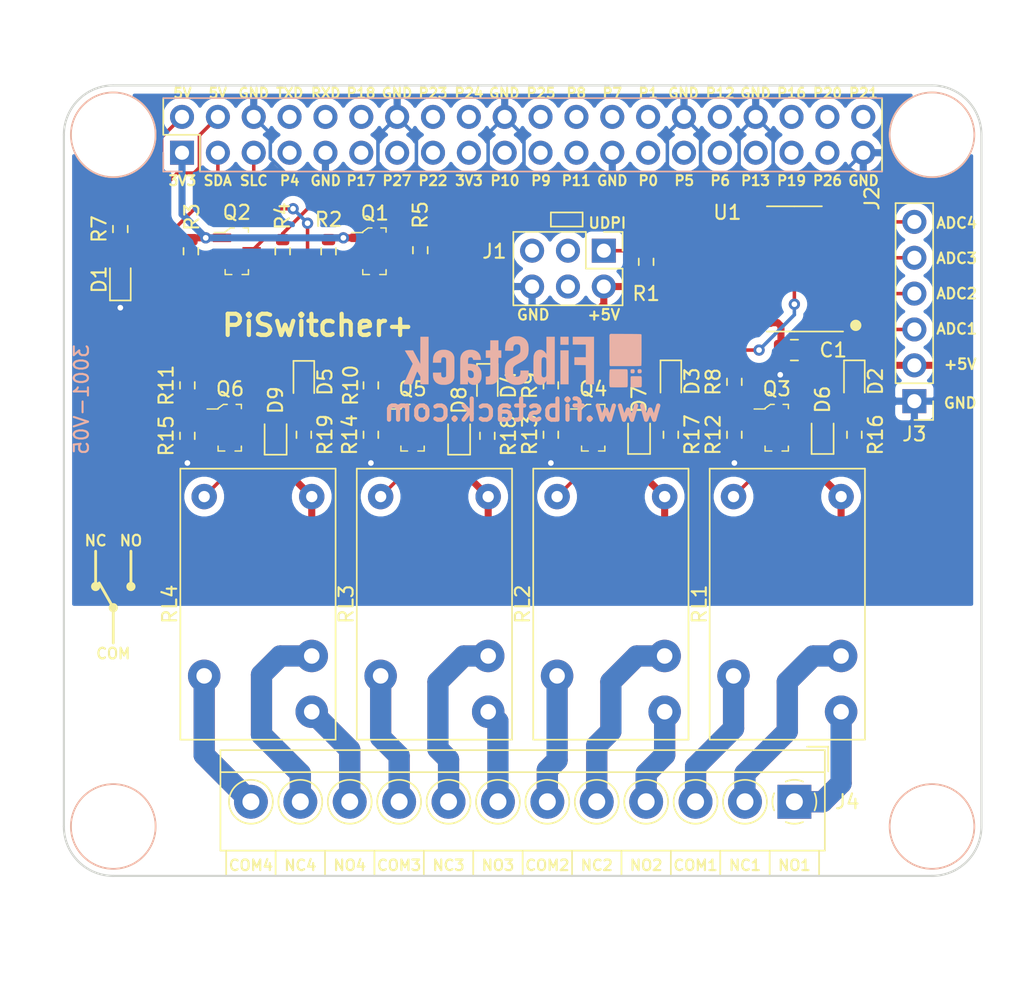
<source format=kicad_pcb>
(kicad_pcb (version 20171130) (host pcbnew "(5.1.9)-1")
  (layers (0 F.Cu signal) (31 B.Cu signal) (34 B.Paste user hide) (35 F.Paste user hide) (36 B.SilkS user) (37 F.SilkS user) (38 B.Mask user hide) (39 F.Mask user hide) (44 Edge.Cuts user))
  (net 0 "")
  (net 1 GND)
  (net 2 +5V)
  (net 3 "Net-(D1-Pad2)")
  (net 4 "Net-(D2-Pad2)")
  (net 5 "Net-(D2-Pad1)")
  (net 6 "Net-(D3-Pad2)")
  (net 7 "Net-(D3-Pad1)")
  (net 8 "Net-(D4-Pad2)")
  (net 9 "Net-(D4-Pad1)")
  (net 10 "Net-(J1-Pad5)")
  (net 11 "Net-(J1-Pad4)")
  (net 12 "Net-(J1-Pad3)")
  (net 13 /UDPI)
  (net 14 "Net-(J2-Pad40)")
  (net 15 "Net-(J2-Pad38)")
  (net 16 "Net-(J2-Pad37)")
  (net 17 "Net-(J2-Pad36)")
  (net 18 "Net-(J2-Pad35)")
  (net 19 "Net-(J2-Pad33)")
  (net 20 "Net-(J2-Pad32)")
  (net 21 "Net-(J2-Pad31)")
  (net 22 "Net-(J2-Pad29)")
  (net 23 "Net-(J2-Pad28)")
  (net 24 "Net-(J2-Pad27)")
  (net 25 "Net-(J2-Pad26)")
  (net 26 "Net-(J2-Pad24)")
  (net 27 "Net-(J2-Pad23)")
  (net 28 "Net-(J2-Pad22)")
  (net 29 "Net-(J2-Pad21)")
  (net 30 "Net-(J2-Pad19)")
  (net 31 "Net-(J2-Pad18)")
  (net 32 +3V3)
  (net 33 "Net-(J2-Pad16)")
  (net 34 "Net-(J2-Pad15)")
  (net 35 "Net-(J2-Pad13)")
  (net 36 "Net-(J2-Pad12)")
  (net 37 "Net-(J2-Pad11)")
  (net 38 "Net-(J2-Pad10)")
  (net 39 "Net-(J2-Pad8)")
  (net 40 "Net-(J2-Pad7)")
  (net 41 "Net-(J2-Pad5)")
  (net 42 "Net-(J2-Pad3)")
  (net 43 "Net-(Q1-Pad3)")
  (net 44 "Net-(Q2-Pad3)")
  (net 45 "Net-(Q3-Pad1)")
  (net 46 "Net-(Q4-Pad1)")
  (net 47 "Net-(Q5-Pad1)")
  (net 48 "Net-(Q6-Pad1)")
  (net 49 /SW_1)
  (net 50 /SW_2)
  (net 51 /SW_3)
  (net 52 /SW_4)
  (net 53 "Net-(J2-Pad17)")
  (net 54 /CH4_ADC)
  (net 55 /CH3_ADC)
  (net 56 /CH2_ADC)
  (net 57 /CH1_ADC)
  (net 58 "Net-(D5-Pad2)")
  (net 59 "Net-(D5-Pad1)")
  (net 60 /relay4_com)
  (net 61 /relay4_nc)
  (net 62 /relay4_no)
  (net 63 /relay3_com)
  (net 64 /relay3_nc)
  (net 65 /relay3_no)
  (net 66 /relay2_com)
  (net 67 /relay2_nc)
  (net 68 /relay2_no)
  (net 69 /relay1_com)
  (net 70 /relay1_nc)
  (net 71 /relay1_no)
  (net 72 "Net-(U1-Pad7)")
  (module graphics:fibstack_logo (layer B.Cu) (at 138.5 85.5 180)
    (fp_text reference G*** hide)
    (fp_text value LOGO hide)
  )
  (module ab_common_prototype_lib:CustomMountingHole (layer F.Cu) (at 109.5 118.5)
    (fp_text reference H1 hide)
    (fp_text value MountingHole hide)
    (pad "" np_thru_hole circle (at 0 0) (size 2.75 2.75) (drill 2.75) (layers *.Cu *.Mask) (clearance 1.65))
  )
  (module ab_common_prototype_lib:CustomMountingHole (layer F.Cu) (at 167.5 118.5)
    (fp_text reference H2 hide)
    (fp_text value MountingHole hide)
    (pad "" np_thru_hole circle (at 0 0) (size 2.75 2.75) (drill 2.75) (layers *.Cu *.Mask) (clearance 1.65))
  )
  (module ab_common_prototype_lib:CustomMountingHole (layer F.Cu) (at 109.5 69.5)
    (fp_text reference H4 hide)
    (fp_text value MountingHole hide)
    (pad "" np_thru_hole circle (at 0 0) (size 2.75 2.75) (drill 2.75) (layers *.Cu *.Mask) (clearance 1.65))
  )
  (module ab_common_prototype_lib:CustomMountingHole (layer F.Cu) (at 167.5 69.5)
    (fp_text reference H3 hide)
    (fp_text value MountingHole hide)
    (pad "" np_thru_hole circle (at 0 0) (size 2.75 2.75) (drill 2.75) (layers *.Cu *.Mask) (clearance 1.65))
  )
  (module Package_SO:SOIC-14_3.9x8.7mm_P1.27mm (layer F.Cu) (at 157.75 79 180)
    (fp_text reference U1 (at 4.75 4) (layer F.SilkS))
    (fp_text value ATtiny804-SS)
    (pad 14 smd roundrect (at 2.475 -3.81 180) (size 1.95 0.6) (layers F.Cu F.Paste F.Mask) (net 1 GND))
    (pad 13 smd roundrect (at 2.475 -2.54 180) (size 1.95 0.6) (layers F.Cu F.Paste F.Mask) (net 50 /SW_2))
    (pad 12 smd roundrect (at 2.475 -1.27 180) (size 1.95 0.6) (layers F.Cu F.Paste F.Mask) (net 51 /SW_3))
    (pad 11 smd roundrect (at 2.475 0 180) (size 1.95 0.6) (layers F.Cu F.Paste F.Mask) (net 52 /SW_4))
    (pad 10 smd roundrect (at 2.475 1.27 180) (size 1.95 0.6) (layers F.Cu F.Paste F.Mask) (net 13 /UDPI))
    (pad 9 smd roundrect (at 2.475 2.54 180) (size 1.95 0.6) (layers F.Cu F.Paste F.Mask) (net 43 "Net-(Q1-Pad3)"))
    (pad 8 smd roundrect (at 2.475 3.81 180) (size 1.95 0.6) (layers F.Cu F.Paste F.Mask) (net 44 "Net-(Q2-Pad3)"))
    (pad 7 smd roundrect (at -2.475 3.81 180) (size 1.95 0.6) (layers F.Cu F.Paste F.Mask) (net 72 "Net-(U1-Pad7)"))
    (pad 6 smd roundrect (at -2.475 2.54 180) (size 1.95 0.6) (layers F.Cu F.Paste F.Mask) (net 49 /SW_1))
    (pad 5 smd roundrect (at -2.475 1.27 180) (size 1.95 0.6) (layers F.Cu F.Paste F.Mask) (net 54 /CH4_ADC))
    (pad 4 smd roundrect (at -2.475 0 180) (size 1.95 0.6) (layers F.Cu F.Paste F.Mask) (net 55 /CH3_ADC))
    (pad 3 smd roundrect (at -2.475 -1.27 180) (size 1.95 0.6) (layers F.Cu F.Paste F.Mask) (net 56 /CH2_ADC))
    (pad 2 smd roundrect (at -2.475 -2.54 180) (size 1.95 0.6) (layers F.Cu F.Paste F.Mask) (net 57 /CH1_ADC))
    (pad 1 smd roundrect (at -2.475 -3.81 180) (size 1.95 0.6) (layers F.Cu F.Paste F.Mask) (net 2 +5V))
  )
  (module ab_common_prototype_lib:J0971C (layer F.Cu) (at 119.75 102.75 270)
    (fp_text reference RL4 (at 0 6.25 90) (layer F.SilkS))
    (fp_text value J0971C)
    (pad 5 thru_hole circle (at -7.62 3.81 270) (size 1.8 1.8) (drill 0.8) (layers *.Cu *.Mask) (net 59 "Net-(D5-Pad1)"))
    (pad 4 thru_hole circle (at 3.67 -3.81 270) (size 2.3 2.3) (drill 1.1) (layers *.Cu *.Mask) (net 61 /relay4_nc))
    (pad 3 thru_hole circle (at 7.62 -3.81 270) (size 2.3 2.3) (drill 1.1) (layers *.Cu *.Mask) (net 62 /relay4_no))
    (pad 2 thru_hole circle (at 5.08 3.81 270) (size 2.3 2.3) (drill 1.1) (layers *.Cu *.Mask) (net 60 /relay4_com))
    (pad 1 thru_hole circle (at -7.62 -3.81 270) (size 1.8 1.8) (drill 0.8) (layers *.Cu *.Mask) (net 2 +5V))
  )
  (module ab_common_prototype_lib:J0971C (layer F.Cu) (at 132.25 102.75 270)
    (fp_text reference RL3 (at 0 6.25 90) (layer F.SilkS))
    (fp_text value J0971C)
    (pad 5 thru_hole circle (at -7.62 3.81 270) (size 1.8 1.8) (drill 0.8) (layers *.Cu *.Mask) (net 9 "Net-(D4-Pad1)"))
    (pad 4 thru_hole circle (at 3.67 -3.81 270) (size 2.3 2.3) (drill 1.1) (layers *.Cu *.Mask) (net 64 /relay3_nc))
    (pad 3 thru_hole circle (at 7.62 -3.81 270) (size 2.3 2.3) (drill 1.1) (layers *.Cu *.Mask) (net 65 /relay3_no))
    (pad 2 thru_hole circle (at 5.08 3.81 270) (size 2.3 2.3) (drill 1.1) (layers *.Cu *.Mask) (net 63 /relay3_com))
    (pad 1 thru_hole circle (at -7.62 -3.81 270) (size 1.8 1.8) (drill 0.8) (layers *.Cu *.Mask) (net 2 +5V))
  )
  (module ab_common_prototype_lib:J0971C (layer F.Cu) (at 144.75 102.75 270)
    (fp_text reference RL2 (at 0 6.25 90) (layer F.SilkS))
    (fp_text value J0971C)
    (pad 5 thru_hole circle (at -7.62 3.81 270) (size 1.8 1.8) (drill 0.8) (layers *.Cu *.Mask) (net 7 "Net-(D3-Pad1)"))
    (pad 4 thru_hole circle (at 3.67 -3.81 270) (size 2.3 2.3) (drill 1.1) (layers *.Cu *.Mask) (net 67 /relay2_nc))
    (pad 3 thru_hole circle (at 7.62 -3.81 270) (size 2.3 2.3) (drill 1.1) (layers *.Cu *.Mask) (net 68 /relay2_no))
    (pad 2 thru_hole circle (at 5.08 3.81 270) (size 2.3 2.3) (drill 1.1) (layers *.Cu *.Mask) (net 66 /relay2_com))
    (pad 1 thru_hole circle (at -7.62 -3.81 270) (size 1.8 1.8) (drill 0.8) (layers *.Cu *.Mask) (net 2 +5V))
  )
  (module ab_common_prototype_lib:J0971C (layer F.Cu) (at 157.25 102.75 270)
    (fp_text reference RL1 (at 0 6.23 90) (layer F.SilkS))
    (fp_text value J0971C)
    (pad 5 thru_hole circle (at -7.62 3.81 270) (size 1.8 1.8) (drill 0.8) (layers *.Cu *.Mask) (net 5 "Net-(D2-Pad1)"))
    (pad 4 thru_hole circle (at 3.67 -3.81 270) (size 2.3 2.3) (drill 1.1) (layers *.Cu *.Mask) (net 70 /relay1_nc))
    (pad 3 thru_hole circle (at 7.62 -3.81 270) (size 2.3 2.3) (drill 1.1) (layers *.Cu *.Mask) (net 71 /relay1_no))
    (pad 2 thru_hole circle (at 5.08 3.81 270) (size 2.3 2.3) (drill 1.1) (layers *.Cu *.Mask) (net 69 /relay1_com))
    (pad 1 thru_hole circle (at -7.62 -3.81 270) (size 1.8 1.8) (drill 0.8) (layers *.Cu *.Mask) (net 2 +5V))
  )
  (module Resistor_SMD:R_0603_1608Metric (layer F.Cu) (at 123 90.75 90)
    (fp_text reference R19 (at 0 1.5 90) (layer F.SilkS))
    (fp_text value 1K)
    (pad 2 smd roundrect (at 0.825 0 90) (size 0.8 0.95) (layers F.Cu F.Paste F.Mask) (net 58 "Net-(D5-Pad2)"))
    (pad 1 smd roundrect (at -0.825 0 90) (size 0.8 0.95) (layers F.Cu F.Paste F.Mask) (net 2 +5V))
  )
  (module Resistor_SMD:R_0603_1608Metric (layer F.Cu) (at 136 90.825 90)
    (fp_text reference R18 (at 0 1.5 90) (layer F.SilkS))
    (fp_text value 1K)
    (pad 2 smd roundrect (at 0.825 0 90) (size 0.8 0.95) (layers F.Cu F.Paste F.Mask) (net 8 "Net-(D4-Pad2)"))
    (pad 1 smd roundrect (at -0.825 0 90) (size 0.8 0.95) (layers F.Cu F.Paste F.Mask) (net 2 +5V))
  )
  (module Resistor_SMD:R_0603_1608Metric (layer F.Cu) (at 149 90.75 90)
    (fp_text reference R17 (at 0 1.5 90) (layer F.SilkS))
    (fp_text value 1K)
    (pad 2 smd roundrect (at 0.825 0 90) (size 0.8 0.95) (layers F.Cu F.Paste F.Mask) (net 6 "Net-(D3-Pad2)"))
    (pad 1 smd roundrect (at -0.825 0 90) (size 0.8 0.95) (layers F.Cu F.Paste F.Mask) (net 2 +5V))
  )
  (module Resistor_SMD:R_0603_1608Metric (layer F.Cu) (at 162 90.75 90)
    (fp_text reference R16 (at 0 1.5 90) (layer F.SilkS))
    (fp_text value 1K)
    (pad 2 smd roundrect (at 0.825 0 90) (size 0.8 0.95) (layers F.Cu F.Paste F.Mask) (net 4 "Net-(D2-Pad2)"))
    (pad 1 smd roundrect (at -0.825 0 90) (size 0.8 0.95) (layers F.Cu F.Paste F.Mask) (net 2 +5V))
  )
  (module Resistor_SMD:R_0603_1608Metric (layer F.Cu) (at 114.75 90.825 270)
    (fp_text reference R15 (at 0 1.5 90) (layer F.SilkS))
    (fp_text value 10K)
    (pad 2 smd roundrect (at 0.825 0 270) (size 0.8 0.95) (layers F.Cu F.Paste F.Mask) (net 1 GND))
    (pad 1 smd roundrect (at -0.825 0 270) (size 0.8 0.95) (layers F.Cu F.Paste F.Mask) (net 48 "Net-(Q6-Pad1)"))
  )
  (module Resistor_SMD:R_0603_1608Metric (layer F.Cu) (at 127.75 90.75 270)
    (fp_text reference R14 (at 0 1.5 90) (layer F.SilkS))
    (fp_text value 10K)
    (pad 2 smd roundrect (at 0.825 0 270) (size 0.8 0.95) (layers F.Cu F.Paste F.Mask) (net 1 GND))
    (pad 1 smd roundrect (at -0.825 0 270) (size 0.8 0.95) (layers F.Cu F.Paste F.Mask) (net 47 "Net-(Q5-Pad1)"))
  )
  (module Resistor_SMD:R_0603_1608Metric (layer F.Cu) (at 140.5 90.75 270)
    (fp_text reference R13 (at 0 1.5 90) (layer F.SilkS))
    (fp_text value 10K)
    (pad 2 smd roundrect (at 0.825 0 270) (size 0.8 0.95) (layers F.Cu F.Paste F.Mask) (net 1 GND))
    (pad 1 smd roundrect (at -0.825 0 270) (size 0.8 0.95) (layers F.Cu F.Paste F.Mask) (net 46 "Net-(Q4-Pad1)"))
  )
  (module Resistor_SMD:R_0603_1608Metric (layer F.Cu) (at 153.5 90.75 270)
    (fp_text reference R12 (at 0 1.5 90) (layer F.SilkS))
    (fp_text value 10K)
    (pad 2 smd roundrect (at 0.825 0 270) (size 0.8 0.95) (layers F.Cu F.Paste F.Mask) (net 1 GND))
    (pad 1 smd roundrect (at -0.825 0 270) (size 0.8 0.95) (layers F.Cu F.Paste F.Mask) (net 45 "Net-(Q3-Pad1)"))
  )
  (module Resistor_SMD:R_0603_1608Metric (layer F.Cu) (at 114.75 87.25 90)
    (fp_text reference R11 (at 0 -1.5 90) (layer F.SilkS))
    (fp_text value 1K)
    (pad 2 smd roundrect (at 0.825 0 90) (size 0.8 0.95) (layers F.Cu F.Paste F.Mask) (net 52 /SW_4))
    (pad 1 smd roundrect (at -0.825 0 90) (size 0.8 0.95) (layers F.Cu F.Paste F.Mask) (net 48 "Net-(Q6-Pad1)"))
  )
  (module Resistor_SMD:R_0603_1608Metric (layer F.Cu) (at 127.75 87.25 90)
    (fp_text reference R10 (at 0 -1.43 90) (layer F.SilkS))
    (fp_text value 1K)
    (pad 2 smd roundrect (at 0.825 0 90) (size 0.8 0.95) (layers F.Cu F.Paste F.Mask) (net 51 /SW_3))
    (pad 1 smd roundrect (at -0.825 0 90) (size 0.8 0.95) (layers F.Cu F.Paste F.Mask) (net 47 "Net-(Q5-Pad1)"))
  )
  (module Resistor_SMD:R_0603_1608Metric (layer F.Cu) (at 140.5 87.25 90)
    (fp_text reference R9 (at 0 -1.5 90) (layer F.SilkS))
    (fp_text value 1K)
    (pad 2 smd roundrect (at 0.825 0 90) (size 0.8 0.95) (layers F.Cu F.Paste F.Mask) (net 50 /SW_2))
    (pad 1 smd roundrect (at -0.825 0 90) (size 0.8 0.95) (layers F.Cu F.Paste F.Mask) (net 46 "Net-(Q4-Pad1)"))
  )
  (module Resistor_SMD:R_0603_1608Metric (layer F.Cu) (at 153.5 87 90)
    (fp_text reference R8 (at 0 -1.5 90) (layer F.SilkS))
    (fp_text value 1K)
    (pad 2 smd roundrect (at 0.825 0 90) (size 0.8 0.95) (layers F.Cu F.Paste F.Mask) (net 49 /SW_1))
    (pad 1 smd roundrect (at -0.825 0 90) (size 0.8 0.95) (layers F.Cu F.Paste F.Mask) (net 45 "Net-(Q3-Pad1)"))
  )
  (module Resistor_SMD:R_0603_1608Metric (layer F.Cu) (at 110 76.175 90)
    (fp_text reference R7 (at 0 -1.5 90) (layer F.SilkS))
    (fp_text value 1K)
    (pad 2 smd roundrect (at 0.825 0 90) (size 0.8 0.95) (layers F.Cu F.Paste F.Mask) (net 2 +5V))
    (pad 1 smd roundrect (at -0.825 0 90) (size 0.8 0.95) (layers F.Cu F.Paste F.Mask) (net 3 "Net-(D1-Pad2)"))
  )
  (module Resistor_SMD:R_0603_1608Metric (layer F.Cu) (at 131.25 77.675 90)
    (fp_text reference R5 (at 2.5 0 90) (layer F.SilkS))
    (fp_text value 10K)
    (pad 2 smd roundrect (at 0.825 0 90) (size 0.8 0.95) (layers F.Cu F.Paste F.Mask) (net 43 "Net-(Q1-Pad3)"))
    (pad 1 smd roundrect (at -0.825 0 90) (size 0.8 0.95) (layers F.Cu F.Paste F.Mask) (net 2 +5V))
  )
  (module Resistor_SMD:R_0603_1608Metric (layer F.Cu) (at 121.5 77.75 90)
    (fp_text reference R4 (at 2.5 -0.01 90) (layer F.SilkS))
    (fp_text value 10K)
    (pad 2 smd roundrect (at 0.825 0 90) (size 0.8 0.95) (layers F.Cu F.Paste F.Mask) (net 44 "Net-(Q2-Pad3)"))
    (pad 1 smd roundrect (at -0.825 0 90) (size 0.8 0.95) (layers F.Cu F.Paste F.Mask) (net 2 +5V))
  )
  (module Resistor_SMD:R_0603_1608Metric (layer F.Cu) (at 115 77.75 270)
    (fp_text reference R3 (at -2.43 -0.07 90) (layer F.SilkS))
    (fp_text value 10K)
    (pad 2 smd roundrect (at 0.825 0 270) (size 0.8 0.95) (layers F.Cu F.Paste F.Mask) (net 42 "Net-(J2-Pad3)"))
    (pad 1 smd roundrect (at -0.825 0 270) (size 0.8 0.95) (layers F.Cu F.Paste F.Mask) (net 32 +3V3))
  )
  (module Resistor_SMD:R_0603_1608Metric (layer F.Cu) (at 124.75 77.75 270)
    (fp_text reference R2 (at -2.25 0 180) (layer F.SilkS))
    (fp_text value 10K)
    (pad 2 smd roundrect (at 0.825 0 270) (size 0.8 0.95) (layers F.Cu F.Paste F.Mask) (net 41 "Net-(J2-Pad5)"))
    (pad 1 smd roundrect (at -0.825 0 270) (size 0.8 0.95) (layers F.Cu F.Paste F.Mask) (net 32 +3V3))
  )
  (module Resistor_SMD:R_0603_1608Metric (layer F.Cu) (at 147.25 78.5 90)
    (fp_text reference R1 (at -2.25 0 180) (layer F.SilkS))
    (fp_text value 10K)
    (pad 2 smd roundrect (at 0.825 0 90) (size 0.8 0.95) (layers F.Cu F.Paste F.Mask) (net 13 /UDPI))
    (pad 1 smd roundrect (at -0.825 0 90) (size 0.8 0.95) (layers F.Cu F.Paste F.Mask) (net 2 +5V))
  )
  (module digikey-footprints:SOT-23-3 (layer F.Cu) (at 117.75 90.25)
    (fp_text reference Q6 (at 0.025 -2.75) (layer F.SilkS))
    (fp_text value 2N7002)
    (pad 1 smd rect (at -1.05 -0.95) (size 1.3 0.6) (layers F.Cu F.Paste F.Mask) (net 48 "Net-(Q6-Pad1)"))
    (pad 2 smd rect (at -1.05 0.95) (size 1.3 0.6) (layers F.Cu F.Paste F.Mask) (net 1 GND))
    (pad 3 smd rect (at 1.05 0) (size 1.3 0.6) (layers F.Cu F.Paste F.Mask) (net 59 "Net-(D5-Pad1)"))
  )
  (module digikey-footprints:SOT-23-3 (layer F.Cu) (at 130.7 90.25)
    (fp_text reference Q5 (at 0 -2.75) (layer F.SilkS))
    (fp_text value 2N7002)
    (pad 1 smd rect (at -1.05 -0.95) (size 1.3 0.6) (layers F.Cu F.Paste F.Mask) (net 47 "Net-(Q5-Pad1)"))
    (pad 2 smd rect (at -1.05 0.95) (size 1.3 0.6) (layers F.Cu F.Paste F.Mask) (net 1 GND))
    (pad 3 smd rect (at 1.05 0) (size 1.3 0.6) (layers F.Cu F.Paste F.Mask) (net 9 "Net-(D4-Pad1)"))
  )
  (module digikey-footprints:SOT-23-3 (layer F.Cu) (at 143.5 90.25)
    (fp_text reference Q4 (at 0 -2.75) (layer F.SilkS))
    (fp_text value 2N7002)
    (pad 1 smd rect (at -1.05 -0.95) (size 1.3 0.6) (layers F.Cu F.Paste F.Mask) (net 46 "Net-(Q4-Pad1)"))
    (pad 2 smd rect (at -1.05 0.95) (size 1.3 0.6) (layers F.Cu F.Paste F.Mask) (net 1 GND))
    (pad 3 smd rect (at 1.05 0) (size 1.3 0.6) (layers F.Cu F.Paste F.Mask) (net 7 "Net-(D3-Pad1)"))
  )
  (module digikey-footprints:SOT-23-3 (layer F.Cu) (at 156.5 90.25)
    (fp_text reference Q3 (at 0 -2.75) (layer F.SilkS))
    (fp_text value 2N7002)
    (pad 1 smd rect (at -1.05 -0.95) (size 1.3 0.6) (layers F.Cu F.Paste F.Mask) (net 45 "Net-(Q3-Pad1)"))
    (pad 2 smd rect (at -1.05 0.95) (size 1.3 0.6) (layers F.Cu F.Paste F.Mask) (net 1 GND))
    (pad 3 smd rect (at 1.05 0) (size 1.3 0.6) (layers F.Cu F.Paste F.Mask) (net 5 "Net-(D2-Pad1)"))
  )
  (module digikey-footprints:SOT-23-3 (layer F.Cu) (at 118.25 77.75)
    (fp_text reference Q2 (at 0 -2.75) (layer F.SilkS))
    (fp_text value 2N7002)
    (pad 1 smd rect (at -1.05 -0.95) (size 1.3 0.6) (layers F.Cu F.Paste F.Mask) (net 32 +3V3))
    (pad 2 smd rect (at -1.05 0.95) (size 1.3 0.6) (layers F.Cu F.Paste F.Mask) (net 42 "Net-(J2-Pad3)"))
    (pad 3 smd rect (at 1.05 0) (size 1.3 0.6) (layers F.Cu F.Paste F.Mask) (net 44 "Net-(Q2-Pad3)"))
  )
  (module digikey-footprints:SOT-23-3 (layer F.Cu) (at 128 77.75)
    (fp_text reference Q1 (at 0.025 -2.7) (layer F.SilkS))
    (fp_text value 2N7002)
    (pad 1 smd rect (at -1.05 -0.95) (size 1.3 0.6) (layers F.Cu F.Paste F.Mask) (net 32 +3V3))
    (pad 2 smd rect (at -1.05 0.95) (size 1.3 0.6) (layers F.Cu F.Paste F.Mask) (net 41 "Net-(J2-Pad5)"))
    (pad 3 smd rect (at 1.05 0) (size 1.3 0.6) (layers F.Cu F.Paste F.Mask) (net 43 "Net-(Q1-Pad3)"))
  )
  (module TerminalBlock_4Ucon:TerminalBlock_4Ucon_1x12_P3.50mm_Horizontal (layer F.Cu) (at 157.75 116.75 180)
    (fp_text reference J4 (at -3.75 0) (layer F.SilkS))
    (fp_text value Screw_Terminal_01x12)
    (pad 12 thru_hole circle (at 38.5 0 180) (size 2.4 2.4) (drill 1.2) (layers *.Cu *.Mask) (net 60 /relay4_com))
    (pad 11 thru_hole circle (at 35 0 180) (size 2.4 2.4) (drill 1.2) (layers *.Cu *.Mask) (net 61 /relay4_nc))
    (pad 10 thru_hole circle (at 31.5 0 180) (size 2.4 2.4) (drill 1.2) (layers *.Cu *.Mask) (net 62 /relay4_no))
    (pad 9 thru_hole circle (at 28 0 180) (size 2.4 2.4) (drill 1.2) (layers *.Cu *.Mask) (net 63 /relay3_com))
    (pad 8 thru_hole circle (at 24.5 0 180) (size 2.4 2.4) (drill 1.2) (layers *.Cu *.Mask) (net 64 /relay3_nc))
    (pad 7 thru_hole circle (at 21 0 180) (size 2.4 2.4) (drill 1.2) (layers *.Cu *.Mask) (net 65 /relay3_no))
    (pad 6 thru_hole circle (at 17.5 0 180) (size 2.4 2.4) (drill 1.2) (layers *.Cu *.Mask) (net 66 /relay2_com))
    (pad 5 thru_hole circle (at 14 0 180) (size 2.4 2.4) (drill 1.2) (layers *.Cu *.Mask) (net 67 /relay2_nc))
    (pad 4 thru_hole circle (at 10.5 0 180) (size 2.4 2.4) (drill 1.2) (layers *.Cu *.Mask) (net 68 /relay2_no))
    (pad 3 thru_hole circle (at 7 0 180) (size 2.4 2.4) (drill 1.2) (layers *.Cu *.Mask) (net 69 /relay1_com))
    (pad 2 thru_hole circle (at 3.5 0 180) (size 2.4 2.4) (drill 1.2) (layers *.Cu *.Mask) (net 70 /relay1_nc))
    (pad 1 thru_hole rect (at 0 0 180) (size 2.4 2.4) (drill 1.2) (layers *.Cu *.Mask) (net 71 /relay1_no))
  )
  (module Connector_PinHeader_2.54mm:PinHeader_1x06_P2.54mm_Vertical (layer F.Cu) (at 166.25 88.37 180)
    (fp_text reference J3 (at 0 -2.33) (layer F.SilkS))
    (fp_text value Conn_01x06_Male)
    (pad 6 thru_hole oval (at 0 12.7 180) (size 1.7 1.7) (drill 1) (layers *.Cu *.Mask) (net 54 /CH4_ADC))
    (pad 5 thru_hole oval (at 0 10.16 180) (size 1.7 1.7) (drill 1) (layers *.Cu *.Mask) (net 55 /CH3_ADC))
    (pad 4 thru_hole oval (at 0 7.62 180) (size 1.7 1.7) (drill 1) (layers *.Cu *.Mask) (net 56 /CH2_ADC))
    (pad 3 thru_hole oval (at 0 5.08 180) (size 1.7 1.7) (drill 1) (layers *.Cu *.Mask) (net 57 /CH1_ADC))
    (pad 2 thru_hole oval (at 0 2.54 180) (size 1.7 1.7) (drill 1) (layers *.Cu *.Mask) (net 2 +5V))
    (pad 1 thru_hole rect (at 0 0 180) (size 1.7 1.7) (drill 1) (layers *.Cu *.Mask) (net 1 GND))
  )
  (module Connector_PinHeader_2.54mm:PinHeader_2x03_P2.54mm_Vertical (layer F.Cu) (at 144.25 77.71 270)
    (fp_text reference J1 (at 0.04 7.75 180) (layer F.SilkS))
    (fp_text value Conn_02x03_Odd_Even)
    (pad 6 thru_hole oval (at 2.54 5.08 270) (size 1.7 1.7) (drill 1) (layers *.Cu *.Mask) (net 1 GND))
    (pad 5 thru_hole oval (at 0 5.08 270) (size 1.7 1.7) (drill 1) (layers *.Cu *.Mask) (net 10 "Net-(J1-Pad5)"))
    (pad 4 thru_hole oval (at 2.54 2.54 270) (size 1.7 1.7) (drill 1) (layers *.Cu *.Mask) (net 11 "Net-(J1-Pad4)"))
    (pad 3 thru_hole oval (at 0 2.54 270) (size 1.7 1.7) (drill 1) (layers *.Cu *.Mask) (net 12 "Net-(J1-Pad3)"))
    (pad 2 thru_hole oval (at 2.54 0 270) (size 1.7 1.7) (drill 1) (layers *.Cu *.Mask) (net 2 +5V))
    (pad 1 thru_hole rect (at 0 0 270) (size 1.7 1.7) (drill 1) (layers *.Cu *.Mask) (net 13 /UDPI))
  )
  (module Diode_SMD:D_MicroMELF (layer F.Cu) (at 121 90.8 90)
    (fp_text reference D9 (at 2.5 0 90) (layer F.SilkS))
    (fp_text value D)
    (pad 2 smd rect (at 0.8 0 90) (size 0.8 1.2) (layers F.Cu F.Paste F.Mask) (net 59 "Net-(D5-Pad1)"))
    (pad 1 smd rect (at -0.8 0 90) (size 0.8 1.2) (layers F.Cu F.Paste F.Mask) (net 2 +5V))
  )
  (module Diode_SMD:D_MicroMELF (layer F.Cu) (at 134 90.8 90)
    (fp_text reference D8 (at 2.5 0 90) (layer F.SilkS))
    (fp_text value D)
    (pad 2 smd rect (at 0.8 0 90) (size 0.8 1.2) (layers F.Cu F.Paste F.Mask) (net 9 "Net-(D4-Pad1)"))
    (pad 1 smd rect (at -0.8 0 90) (size 0.8 1.2) (layers F.Cu F.Paste F.Mask) (net 2 +5V))
  )
  (module Diode_SMD:D_MicroMELF (layer F.Cu) (at 146.75 90.75 90)
    (fp_text reference D7 (at 2.5 0 90) (layer F.SilkS))
    (fp_text value D)
    (pad 2 smd rect (at 0.8 0 90) (size 0.8 1.2) (layers F.Cu F.Paste F.Mask) (net 7 "Net-(D3-Pad1)"))
    (pad 1 smd rect (at -0.8 0 90) (size 0.8 1.2) (layers F.Cu F.Paste F.Mask) (net 2 +5V))
  )
  (module Diode_SMD:D_MicroMELF (layer F.Cu) (at 159.75 90.75 90)
    (fp_text reference D6 (at 2.5 0 90) (layer F.SilkS))
    (fp_text value D)
    (pad 2 smd rect (at 0.8 0 90) (size 0.8 1.2) (layers F.Cu F.Paste F.Mask) (net 5 "Net-(D2-Pad1)"))
    (pad 1 smd rect (at -0.8 0 90) (size 0.8 1.2) (layers F.Cu F.Paste F.Mask) (net 2 +5V))
  )
  (module LED_SMD:LED_0603_1608Metric (layer F.Cu) (at 123 87 270)
    (fp_text reference D5 (at 0 -1.5 90) (layer F.SilkS))
    (fp_text value LED)
    (pad 2 smd roundrect (at 0.7875 0 270) (size 0.875 0.95) (layers F.Cu F.Paste F.Mask) (net 58 "Net-(D5-Pad2)"))
    (pad 1 smd roundrect (at -0.7875 0 270) (size 0.875 0.95) (layers F.Cu F.Paste F.Mask) (net 59 "Net-(D5-Pad1)"))
  )
  (module LED_SMD:LED_0603_1608Metric (layer F.Cu) (at 136 87.2125 270)
    (fp_text reference D4 (at 0 -1.5 90) (layer F.SilkS))
    (fp_text value LED)
    (pad 2 smd roundrect (at 0.7875 0 270) (size 0.875 0.95) (layers F.Cu F.Paste F.Mask) (net 8 "Net-(D4-Pad2)"))
    (pad 1 smd roundrect (at -0.7875 0 270) (size 0.875 0.95) (layers F.Cu F.Paste F.Mask) (net 9 "Net-(D4-Pad1)"))
  )
  (module LED_SMD:LED_0603_1608Metric (layer F.Cu) (at 149 86.9625 270)
    (fp_text reference D3 (at 0 -1.5 90) (layer F.SilkS))
    (fp_text value LED)
    (pad 2 smd roundrect (at 0.7875 0 270) (size 0.875 0.95) (layers F.Cu F.Paste F.Mask) (net 6 "Net-(D3-Pad2)"))
    (pad 1 smd roundrect (at -0.7875 0 270) (size 0.875 0.95) (layers F.Cu F.Paste F.Mask) (net 7 "Net-(D3-Pad1)"))
  )
  (module LED_SMD:LED_0603_1608Metric (layer F.Cu) (at 162 86.9625 270)
    (fp_text reference D2 (at 0 -1.5 90) (layer F.SilkS))
    (fp_text value LED)
    (pad 2 smd roundrect (at 0.7875 0 270) (size 0.875 0.95) (layers F.Cu F.Paste F.Mask) (net 4 "Net-(D2-Pad2)"))
    (pad 1 smd roundrect (at -0.7875 0 270) (size 0.875 0.95) (layers F.Cu F.Paste F.Mask) (net 5 "Net-(D2-Pad1)"))
  )
  (module LED_SMD:LED_0603_1608Metric (layer F.Cu) (at 110 79.75 90)
    (fp_text reference D1 (at 0 -1.5 90) (layer F.SilkS))
    (fp_text value LED)
    (pad 2 smd roundrect (at 0.7875 0 90) (size 0.875 0.95) (layers F.Cu F.Paste F.Mask) (net 3 "Net-(D1-Pad2)"))
    (pad 1 smd roundrect (at -0.7875 0 90) (size 0.875 0.95) (layers F.Cu F.Paste F.Mask) (net 1 GND))
  )
  (module Capacitor_SMD:C_0805_2012Metric (layer F.Cu) (at 157.75 84.75 180)
    (fp_text reference C1 (at -2.75 0) (layer F.SilkS))
    (fp_text value 100n)
    (pad 2 smd roundrect (at 0.95 0 180) (size 1 1.45) (layers F.Cu F.Paste F.Mask) (net 1 GND))
    (pad 1 smd roundrect (at -0.95 0 180) (size 1 1.45) (layers F.Cu F.Paste F.Mask) (net 2 +5V))
  )
  (module Connector_PinHeader_2.54mm:PinHeader_2x20_P2.54mm_Vertical (layer F.Cu) (at 114.37 70.77 90)
    (fp_text reference J2 (at -3.23 48.88 90) (layer F.SilkS))
    (fp_text value Raspberry_Pi_2_3 hide)
    (pad 40 thru_hole oval (at 2.54 48.26 90) (size 1.7 1.7) (drill 1) (layers *.Cu *.Mask) (net 14 "Net-(J2-Pad40)"))
    (pad 39 thru_hole oval (at 0 48.26 90) (size 1.7 1.7) (drill 1) (layers *.Cu *.Mask) (net 1 GND))
    (pad 38 thru_hole oval (at 2.54 45.72 90) (size 1.7 1.7) (drill 1) (layers *.Cu *.Mask) (net 15 "Net-(J2-Pad38)"))
    (pad 37 thru_hole oval (at 0 45.72 90) (size 1.7 1.7) (drill 1) (layers *.Cu *.Mask) (net 16 "Net-(J2-Pad37)"))
    (pad 36 thru_hole oval (at 2.54 43.18 90) (size 1.7 1.7) (drill 1) (layers *.Cu *.Mask) (net 17 "Net-(J2-Pad36)"))
    (pad 35 thru_hole oval (at 0 43.18 90) (size 1.7 1.7) (drill 1) (layers *.Cu *.Mask) (net 18 "Net-(J2-Pad35)"))
    (pad 34 thru_hole oval (at 2.54 40.64 90) (size 1.7 1.7) (drill 1) (layers *.Cu *.Mask) (net 1 GND))
    (pad 33 thru_hole oval (at 0 40.64 90) (size 1.7 1.7) (drill 1) (layers *.Cu *.Mask) (net 19 "Net-(J2-Pad33)"))
    (pad 32 thru_hole oval (at 2.54 38.1 90) (size 1.7 1.7) (drill 1) (layers *.Cu *.Mask) (net 20 "Net-(J2-Pad32)"))
    (pad 31 thru_hole oval (at 0 38.1 90) (size 1.7 1.7) (drill 1) (layers *.Cu *.Mask) (net 21 "Net-(J2-Pad31)"))
    (pad 30 thru_hole oval (at 2.54 35.56 90) (size 1.7 1.7) (drill 1) (layers *.Cu *.Mask) (net 1 GND))
    (pad 29 thru_hole oval (at 0 35.56 90) (size 1.7 1.7) (drill 1) (layers *.Cu *.Mask) (net 22 "Net-(J2-Pad29)"))
    (pad 28 thru_hole oval (at 2.54 33.02 90) (size 1.7 1.7) (drill 1) (layers *.Cu *.Mask) (net 23 "Net-(J2-Pad28)"))
    (pad 27 thru_hole oval (at 0 33.02 90) (size 1.7 1.7) (drill 1) (layers *.Cu *.Mask) (net 24 "Net-(J2-Pad27)"))
    (pad 26 thru_hole oval (at 2.54 30.48 90) (size 1.7 1.7) (drill 1) (layers *.Cu *.Mask) (net 25 "Net-(J2-Pad26)"))
    (pad 25 thru_hole oval (at 0 30.48 90) (size 1.7 1.7) (drill 1) (layers *.Cu *.Mask) (net 1 GND))
    (pad 24 thru_hole oval (at 2.54 27.94 90) (size 1.7 1.7) (drill 1) (layers *.Cu *.Mask) (net 26 "Net-(J2-Pad24)"))
    (pad 23 thru_hole oval (at 0 27.94 90) (size 1.7 1.7) (drill 1) (layers *.Cu *.Mask) (net 27 "Net-(J2-Pad23)"))
    (pad 22 thru_hole oval (at 2.54 25.4 90) (size 1.7 1.7) (drill 1) (layers *.Cu *.Mask) (net 28 "Net-(J2-Pad22)"))
    (pad 21 thru_hole oval (at 0 25.4 90) (size 1.7 1.7) (drill 1) (layers *.Cu *.Mask) (net 29 "Net-(J2-Pad21)"))
    (pad 20 thru_hole oval (at 2.54 22.86 90) (size 1.7 1.7) (drill 1) (layers *.Cu *.Mask) (net 1 GND))
    (pad 19 thru_hole oval (at 0 22.86 90) (size 1.7 1.7) (drill 1) (layers *.Cu *.Mask) (net 30 "Net-(J2-Pad19)"))
    (pad 18 thru_hole oval (at 2.54 20.32 90) (size 1.7 1.7) (drill 1) (layers *.Cu *.Mask) (net 31 "Net-(J2-Pad18)"))
    (pad 17 thru_hole oval (at 0 20.32 90) (size 1.7 1.7) (drill 1) (layers *.Cu *.Mask) (net 53 "Net-(J2-Pad17)"))
    (pad 16 thru_hole oval (at 2.54 17.78 90) (size 1.7 1.7) (drill 1) (layers *.Cu *.Mask) (net 33 "Net-(J2-Pad16)"))
    (pad 15 thru_hole oval (at 0 17.78 90) (size 1.7 1.7) (drill 1) (layers *.Cu *.Mask) (net 34 "Net-(J2-Pad15)"))
    (pad 14 thru_hole oval (at 2.54 15.24 90) (size 1.7 1.7) (drill 1) (layers *.Cu *.Mask) (net 1 GND))
    (pad 13 thru_hole oval (at 0 15.24 90) (size 1.7 1.7) (drill 1) (layers *.Cu *.Mask) (net 35 "Net-(J2-Pad13)"))
    (pad 12 thru_hole oval (at 2.54 12.7 90) (size 1.7 1.7) (drill 1) (layers *.Cu *.Mask) (net 36 "Net-(J2-Pad12)"))
    (pad 11 thru_hole oval (at 0 12.7 90) (size 1.7 1.7) (drill 1) (layers *.Cu *.Mask) (net 37 "Net-(J2-Pad11)"))
    (pad 10 thru_hole oval (at 2.54 10.16 90) (size 1.7 1.7) (drill 1) (layers *.Cu *.Mask) (net 38 "Net-(J2-Pad10)"))
    (pad 9 thru_hole oval (at 0 10.16 90) (size 1.7 1.7) (drill 1) (layers *.Cu *.Mask) (net 1 GND))
    (pad 8 thru_hole oval (at 2.54 7.62 90) (size 1.7 1.7) (drill 1) (layers *.Cu *.Mask) (net 39 "Net-(J2-Pad8)"))
    (pad 7 thru_hole oval (at 0 7.62 90) (size 1.7 1.7) (drill 1) (layers *.Cu *.Mask) (net 40 "Net-(J2-Pad7)"))
    (pad 6 thru_hole oval (at 2.54 5.08 90) (size 1.7 1.7) (drill 1) (layers *.Cu *.Mask) (net 1 GND))
    (pad 5 thru_hole oval (at 0 5.08 90) (size 1.7 1.7) (drill 1) (layers *.Cu *.Mask) (net 41 "Net-(J2-Pad5)"))
    (pad 4 thru_hole oval (at 2.54 2.54 90) (size 1.7 1.7) (drill 1) (layers *.Cu *.Mask) (net 2 +5V))
    (pad 3 thru_hole oval (at 0 2.54 90) (size 1.7 1.7) (drill 1) (layers *.Cu *.Mask) (net 42 "Net-(J2-Pad3)"))
    (pad 2 thru_hole oval (at 2.54 0 90) (size 1.7 1.7) (drill 1) (layers *.Cu *.Mask) (net 2 +5V))
    (pad 1 thru_hole rect (at 0 0 90) (size 1.7 1.7) (drill 1) (layers *.Cu *.Mask) (net 32 +3V3))
  )
  (gr_line (start 109.5 122) (end 167.5 122) (layer Edge.Cuts) (width 0.15))
  (gr_circle (center 162.1 83) (end 162.3 83) (layer F.SilkS) (width 0.4))
  (gr_line (start 142.75 75) (end 142.75 76) (layer F.SilkS) (width 0.12))
  (gr_line (start 140.5 75) (end 142.75 75) (layer F.SilkS) (width 0.12))
  (gr_line (start 140.5 76) (end 140.5 75) (layer F.SilkS) (width 0.12))
  (gr_line (start 142.75 76) (end 140.5 76) (layer F.SilkS) (width 0.12))
  (gr_text UDPI (at 144.5 75.75) (layer F.SilkS) (effects (font (size 0.75 0.75))))
  (gr_text GND (at 139.25 82.25) (layer F.SilkS) (effects (font (size 0.75 0.75))))
  (gr_text +5V (at 144.25 82.25) (layer F.SilkS) (effects (font (size 0.75 0.75))))
  (gr_text 3001-V05 (at 107.25 88.25 90) (layer B.SilkS) (effects (font (size 1 1)) (justify mirror)))
  (gr_line (start 109.5 103) (end 108.5 101.25) (layer F.SilkS) (width 0.2))
  (gr_circle (center 110.75 101.5) (end 110.95 101.5) (layer F.SilkS) (width 0.25))
  (gr_line (start 110.75 101.5) (end 110.75 99) (layer F.SilkS) (width 0.2))
  (gr_circle (center 109.5 103) (end 109.7 103) (layer F.SilkS) (width 0.25))
  (gr_circle (center 108.25 101.5) (end 108.45 101.5) (layer F.SilkS) (width 0.25))
  (gr_line (start 108.25 101.5) (end 108.25 99) (layer F.SilkS) (width 0.2))
  (gr_text NO (at 110.75 98.25) (layer F.SilkS) (effects (font (size 0.75 0.75))))
  (gr_text NC (at 108.25 98.25) (layer F.SilkS) (effects (font (size 0.75 0.75))))
  (gr_line (start 109.5 105.5) (end 109.5 103) (layer F.SilkS) (width 0.2))
  (gr_text COM (at 109.5 106.25) (layer F.SilkS) (effects (font (size 0.75 0.75))))
  (gr_text PiSwitcher+ (at 124 83) (layer F.SilkS) (effects (font (size 1.5 1.5) (thickness 0.3))))
  (gr_text www.fibstack.com (at 138.5 89) (layer B.SilkS) (effects (font (size 1.5 1.5) (thickness 0.3)) (justify mirror)))
  (gr_text ADC4 (at 169.25 75.75) (layer F.SilkS) (effects (font (size 0.75 0.75))))
  (gr_text ADC3 (at 169.25 78.25) (layer F.SilkS) (effects (font (size 0.75 0.75))))
  (gr_text ADC2 (at 169.25 80.75) (layer F.SilkS) (effects (font (size 0.75 0.75))))
  (gr_text ADC1 (at 169.25 83.25) (layer F.SilkS) (effects (font (size 0.75 0.75))))
  (gr_text +5V (at 169.5 85.75) (layer F.SilkS) (effects (font (size 0.75 0.75))))
  (gr_text GND (at 169.5 88.5) (layer F.SilkS) (effects (font (size 0.75 0.75))))
  (gr_text GND (at 124.55 72.75) (layer F.SilkS) (effects (font (size 0.7 0.7))))
  (gr_text P18 (at 127.05 66.55) (layer F.SilkS) (effects (font (size 0.7 0.7))))
  (gr_text P23 (at 132.15 66.55) (layer F.SilkS) (effects (font (size 0.7 0.7))))
  (gr_text P24 (at 134.7 66.55) (layer F.SilkS) (effects (font (size 0.7 0.7))))
  (gr_text P25 (at 139.8 66.55) (layer F.SilkS) (effects (font (size 0.7 0.7))))
  (gr_text P8 (at 142.3 66.55) (layer F.SilkS) (effects (font (size 0.7 0.7))))
  (gr_text P7 (at 144.85 66.55) (layer F.SilkS) (effects (font (size 0.7 0.7))))
  (gr_text P1 (at 147.4 66.55) (layer F.SilkS) (effects (font (size 0.7 0.7))))
  (gr_text P21 (at 162.65 66.55) (layer F.SilkS) (effects (font (size 0.7 0.7))))
  (gr_text P20 (at 160.1 66.55) (layer F.SilkS) (effects (font (size 0.7 0.7))))
  (gr_text P16 (at 157.55 66.55) (layer F.SilkS) (effects (font (size 0.7 0.7))))
  (gr_text P12 (at 152.5 66.55) (layer F.SilkS) (effects (font (size 0.7 0.7))))
  (gr_text P26 (at 160.1 72.75) (layer F.SilkS) (effects (font (size 0.7 0.7))))
  (gr_text P19 (at 157.55 72.75) (layer F.SilkS) (effects (font (size 0.7 0.7))))
  (gr_text P13 (at 155 72.75) (layer F.SilkS) (effects (font (size 0.7 0.7))))
  (gr_text P6 (at 152.5 72.75) (layer F.SilkS) (effects (font (size 0.7 0.7))))
  (gr_text P5 (at 149.95 72.75) (layer F.SilkS) (effects (font (size 0.7 0.7))))
  (gr_text P0 (at 147.4 72.75) (layer F.SilkS) (effects (font (size 0.7 0.7))))
  (gr_text P11 (at 142.3 72.75) (layer F.SilkS) (effects (font (size 0.7 0.7))))
  (gr_text P9 (at 139.8 72.75) (layer F.SilkS) (effects (font (size 0.7 0.7))))
  (gr_text P10 (at 137.25 72.75) (layer F.SilkS) (effects (font (size 0.7 0.7))))
  (gr_text P22 (at 132.15 72.75) (layer F.SilkS) (effects (font (size 0.7 0.7))))
  (gr_text P27 (at 129.6 72.75) (layer F.SilkS) (effects (font (size 0.7 0.7))))
  (gr_text P17 (at 127.05 72.75) (layer F.SilkS) (effects (font (size 0.7 0.7))))
  (gr_text P4 (at 122 72.75) (layer F.SilkS) (effects (font (size 0.7 0.7))))
  (gr_text RXD (at 124.55 66.55) (layer F.SilkS) (effects (font (size 0.7 0.7))))
  (gr_text TXD (at 122 66.55) (layer F.SilkS) (effects (font (size 0.7 0.7))))
  (gr_text 3V3 (at 134.7 72.75) (layer F.SilkS) (effects (font (size 0.7 0.7))))
  (gr_text SLC (at 119.45 72.75) (layer F.SilkS) (effects (font (size 0.7 0.7))))
  (gr_text SDA (at 116.9 72.75) (layer F.SilkS) (effects (font (size 0.7 0.7))))
  (gr_text GND (at 162.65 72.75) (layer F.SilkS) (effects (font (size 0.7 0.7))))
  (gr_text GND (at 144.85 72.75) (layer F.SilkS) (effects (font (size 0.7 0.7))))
  (gr_text GND (at 155 66.55) (layer F.SilkS) (effects (font (size 0.7 0.7))))
  (gr_text GND (at 149.9 66.55) (layer F.SilkS) (effects (font (size 0.7 0.7))))
  (gr_text GND (at 137.2 66.55) (layer F.SilkS) (effects (font (size 0.7 0.7))))
  (gr_text GND (at 129.6 66.55) (layer F.SilkS) (effects (font (size 0.7 0.7))))
  (gr_text GND (at 119.45 66.55) (layer F.SilkS) (effects (font (size 0.7 0.7))))
  (gr_text 5V (at 116.9 66.55) (layer F.SilkS) (effects (font (size 0.7 0.7))))
  (gr_text 5V (at 114.4 66.55) (layer F.SilkS) (effects (font (size 0.7 0.7))))
  (gr_text 3V3 (at 114.4 72.75) (layer F.SilkS) (effects (font (size 0.7 0.7))))
  (gr_line (start 117.5 120.25) (end 117.5 121.9) (layer F.SilkS) (width 0.12))
  (gr_text COM4 (at 119.25 121.25) (layer F.SilkS) (effects (font (size 0.75 0.75))))
  (gr_line (start 121 120.25) (end 121 121.9) (layer F.SilkS) (width 0.12))
  (gr_text NC4 (at 122.75 121.25) (layer F.SilkS) (effects (font (size 0.75 0.75))))
  (gr_line (start 124.5 120.325) (end 124.5 121.975) (layer F.SilkS) (width 0.12))
  (gr_text NO4 (at 126.25 121.25) (layer F.SilkS) (effects (font (size 0.75 0.75))))
  (gr_line (start 128 120.25) (end 128 121.9) (layer F.SilkS) (width 0.12))
  (gr_text COM3 (at 129.75 121.25) (layer F.SilkS) (effects (font (size 0.75 0.75))))
  (gr_line (start 131.5 120.25) (end 131.5 121.9) (layer F.SilkS) (width 0.12))
  (gr_text NC3 (at 133.25 121.25) (layer F.SilkS) (effects (font (size 0.75 0.75))))
  (gr_line (start 135 120.25) (end 135 121.9) (layer F.SilkS) (width 0.12))
  (gr_text NO3 (at 136.75 121.25) (layer F.SilkS) (effects (font (size 0.75 0.75))))
  (gr_line (start 159.5 120.25) (end 159.5 121.9) (layer F.SilkS) (width 0.12))
  (gr_line (start 142 120.25) (end 142 121.9) (layer F.SilkS) (width 0.12))
  (gr_line (start 145.5 120.25) (end 145.5 121.9) (layer F.SilkS) (width 0.12))
  (gr_line (start 138.5 120.25) (end 138.5 121.9) (layer F.SilkS) (width 0.12))
  (gr_text NO2 (at 147.25 121.25) (layer F.SilkS) (effects (font (size 0.75 0.75))))
  (gr_text COM2 (at 140.25 121.25) (layer F.SilkS) (effects (font (size 0.75 0.75))))
  (gr_text NC2 (at 143.75 121.25) (layer F.SilkS) (effects (font (size 0.75 0.75))))
  (gr_line (start 149 120.25) (end 149 121.9) (layer F.SilkS) (width 0.12))
  (gr_line (start 152.5 120.25) (end 152.5 121.9) (layer F.SilkS) (width 0.12))
  (gr_line (start 156 120.25) (end 156 121.9) (layer F.SilkS) (width 0.12))
  (gr_text NC1 (at 154.25 121.25) (layer F.SilkS) (effects (font (size 0.75 0.75))))
  (gr_text COM1 (at 150.75 121.25) (layer F.SilkS) (effects (font (size 0.75 0.75))))
  (gr_text NO1 (at 157.75 121.25) (layer F.SilkS) (effects (font (size 0.75 0.75))))
  (gr_line (start 106 69.5) (end 106 118.5) (layer Edge.Cuts) (width 0.15))
  (gr_line (start 167.5 66) (end 109.5 66) (layer Edge.Cuts) (width 0.15))
  (gr_line (start 171 118.5) (end 171 69.5) (layer Edge.Cuts) (width 0.15))
  (gr_arc (start 109.5 118.5) (end 106 118.5) (angle -90) (layer Edge.Cuts) (width 0.15))
  (gr_arc (start 167.5 118.5) (end 167.5 122) (angle -90) (layer Edge.Cuts) (width 0.15))
  (gr_arc (start 109.5 69.5) (end 109.5 66) (angle -90) (layer Edge.Cuts) (width 0.15))
  (gr_arc (start 167.5 69.5) (end 171 69.5) (angle -90) (layer Edge.Cuts) (width 0.15))
  (segment (start 155.075 91.575) (end 155.45 91.2) (width 0.5) (layer F.Cu) (net 1))
  (segment (start 153.5 91.575) (end 155.075 91.575) (width 0.5) (layer F.Cu) (net 1))
  (segment (start 142.075 91.575) (end 142.45 91.2) (width 0.5) (layer F.Cu) (net 1))
  (segment (start 140.5 91.575) (end 142.075 91.575) (width 0.5) (layer F.Cu) (net 1))
  (segment (start 129.275 91.575) (end 129.65 91.2) (width 0.5) (layer F.Cu) (net 1))
  (segment (start 127.75 91.575) (end 129.275 91.575) (width 0.5) (layer F.Cu) (net 1))
  (segment (start 116.25 91.65) (end 116.7 91.2) (width 0.5) (layer F.Cu) (net 1))
  (segment (start 114.75 91.65) (end 116.25 91.65) (width 0.5) (layer F.Cu) (net 1))
  (segment (start 156.8 84.75) (end 156.8 83.05) (width 0.5) (layer F.Cu) (net 1))
  (segment (start 156.56 82.81) (end 155.275 82.81) (width 0.5) (layer F.Cu) (net 1))
  (segment (start 156.8 83.05) (end 156.56 82.81) (width 0.5) (layer F.Cu) (net 1))
  (via (at 153.5 92.75) (size 0.8) (drill 0.4) (layers F.Cu B.Cu) (net 1))
  (segment (start 153.5 91.575) (end 153.5 92.75) (width 0.5) (layer F.Cu) (net 1))
  (via (at 140.5 92.75) (size 0.8) (drill 0.4) (layers F.Cu B.Cu) (net 1))
  (segment (start 140.5 91.575) (end 140.5 92.75) (width 0.5) (layer F.Cu) (net 1))
  (via (at 127.75 92.75) (size 0.8) (drill 0.4) (layers F.Cu B.Cu) (net 1))
  (segment (start 127.75 91.575) (end 127.75 92.75) (width 0.5) (layer F.Cu) (net 1))
  (via (at 114.75 92.75) (size 0.8) (drill 0.4) (layers F.Cu B.Cu) (net 1))
  (segment (start 114.75 91.65) (end 114.75 92.75) (width 0.5) (layer F.Cu) (net 1))
  (via (at 110 81.75) (size 0.8) (drill 0.4) (layers F.Cu B.Cu) (net 1))
  (segment (start 110 80.5375) (end 110 81.75) (width 0.5) (layer F.Cu) (net 1))
  (via (at 156.75 86.5) (size 0.8) (drill 0.4) (layers F.Cu B.Cu) (net 1))
  (segment (start 156.8 86.45) (end 156.75 86.5) (width 0.5) (layer F.Cu) (net 1))
  (segment (start 156.8 84.75) (end 156.8 86.45) (width 0.5) (layer F.Cu) (net 1))
  (segment (start 162.63 70.77) (end 161.15 72.25) (width 0.25) (layer B.Cu) (net 1))
  (segment (start 120.625001 71.144003) (end 121.730998 72.25) (width 0.25) (layer B.Cu) (net 1))
  (segment (start 120.625001 69.405001) (end 120.625001 71.144003) (width 0.25) (layer B.Cu) (net 1))
  (segment (start 119.45 68.23) (end 120.625001 69.405001) (width 0.25) (layer B.Cu) (net 1))
  (segment (start 128.25 69.59) (end 128.25 72.25) (width 0.25) (layer B.Cu) (net 1))
  (segment (start 129.61 68.23) (end 128.25 69.59) (width 0.25) (layer B.Cu) (net 1))
  (segment (start 128.25 72.25) (end 126.01 72.25) (width 0.25) (layer B.Cu) (net 1))
  (segment (start 130.974999 72.224999) (end 131 72.25) (width 0.25) (layer B.Cu) (net 1))
  (segment (start 130.974999 69.594999) (end 130.974999 72.224999) (width 0.25) (layer B.Cu) (net 1))
  (segment (start 129.61 68.23) (end 130.974999 69.594999) (width 0.25) (layer B.Cu) (net 1))
  (segment (start 131 72.25) (end 128.25 72.25) (width 0.25) (layer B.Cu) (net 1))
  (segment (start 135.75 72.25) (end 131 72.25) (width 0.25) (layer B.Cu) (net 1))
  (segment (start 124.53 70.77) (end 124.53 72.22) (width 0.25) (layer B.Cu) (net 1))
  (segment (start 124.53 72.22) (end 124.5 72.25) (width 0.25) (layer B.Cu) (net 1))
  (segment (start 124.5 72.25) (end 126.01 72.25) (width 0.25) (layer B.Cu) (net 1))
  (segment (start 121.730998 72.25) (end 124.5 72.25) (width 0.25) (layer B.Cu) (net 1))
  (segment (start 136.054999 72.195001) (end 136 72.25) (width 0.25) (layer B.Cu) (net 1))
  (segment (start 136.054999 69.405001) (end 136.054999 72.195001) (width 0.25) (layer B.Cu) (net 1))
  (segment (start 137.23 68.23) (end 136.054999 69.405001) (width 0.25) (layer B.Cu) (net 1))
  (segment (start 136 72.25) (end 135.75 72.25) (width 0.25) (layer B.Cu) (net 1))
  (segment (start 138.594999 72.155001) (end 138.5 72.25) (width 0.25) (layer B.Cu) (net 1))
  (segment (start 137.23 68.23) (end 138.594999 69.594999) (width 0.25) (layer B.Cu) (net 1))
  (segment (start 138.594999 69.594999) (end 138.594999 72.155001) (width 0.25) (layer B.Cu) (net 1))
  (segment (start 138.5 72.25) (end 136 72.25) (width 0.25) (layer B.Cu) (net 1))
  (segment (start 144.85 72.15) (end 144.75 72.25) (width 0.25) (layer B.Cu) (net 1))
  (segment (start 144.85 70.77) (end 144.85 72.15) (width 0.25) (layer B.Cu) (net 1))
  (segment (start 144.75 72.25) (end 138.5 72.25) (width 0.25) (layer B.Cu) (net 1))
  (segment (start 146.33 72.25) (end 144.75 72.25) (width 0.25) (layer B.Cu) (net 1))
  (segment (start 148.754999 72.245001) (end 148.75 72.25) (width 0.25) (layer B.Cu) (net 1))
  (segment (start 148.754999 69.405001) (end 148.754999 72.245001) (width 0.25) (layer B.Cu) (net 1))
  (segment (start 149.93 68.23) (end 148.754999 69.405001) (width 0.25) (layer B.Cu) (net 1))
  (segment (start 148.75 72.25) (end 146.33 72.25) (width 0.25) (layer B.Cu) (net 1))
  (segment (start 151.105001 72.105001) (end 151.25 72.25) (width 0.25) (layer B.Cu) (net 1))
  (segment (start 151.105001 69.405001) (end 151.105001 72.105001) (width 0.25) (layer B.Cu) (net 1))
  (segment (start 149.93 68.23) (end 151.105001 69.405001) (width 0.25) (layer B.Cu) (net 1))
  (segment (start 151.25 72.25) (end 148.75 72.25) (width 0.25) (layer B.Cu) (net 1))
  (segment (start 153.834999 72.084999) (end 154 72.25) (width 0.25) (layer B.Cu) (net 1))
  (segment (start 153.834999 69.405001) (end 153.834999 72.084999) (width 0.25) (layer B.Cu) (net 1))
  (segment (start 154 72.25) (end 151.25 72.25) (width 0.25) (layer B.Cu) (net 1))
  (segment (start 155.01 68.23) (end 153.834999 69.405001) (width 0.25) (layer B.Cu) (net 1))
  (segment (start 156.25 69.47) (end 156.25 72.25) (width 0.25) (layer B.Cu) (net 1))
  (segment (start 155.01 68.23) (end 156.25 69.47) (width 0.25) (layer B.Cu) (net 1))
  (segment (start 156.25 72.25) (end 154 72.25) (width 0.25) (layer B.Cu) (net 1))
  (segment (start 161.15 72.25) (end 156.25 72.25) (width 0.25) (layer B.Cu) (net 1))
  (segment (start 161.975 91.55) (end 162 91.575) (width 0.5) (layer F.Cu) (net 2))
  (segment (start 161.2 91.55) (end 161.975 91.55) (width 0.5) (layer F.Cu) (net 2))
  (segment (start 159.75 91.55) (end 161.2 91.55) (width 0.5) (layer F.Cu) (net 2))
  (segment (start 148.975 91.55) (end 149 91.575) (width 0.5) (layer F.Cu) (net 2))
  (segment (start 148.56 91.66) (end 148.45 91.55) (width 0.5) (layer F.Cu) (net 2))
  (segment (start 148.45 91.55) (end 148.975 91.55) (width 0.5) (layer F.Cu) (net 2))
  (segment (start 146.75 91.55) (end 148.45 91.55) (width 0.5) (layer F.Cu) (net 2))
  (segment (start 135.95 91.6) (end 136 91.65) (width 0.5) (layer F.Cu) (net 2))
  (segment (start 134 91.6) (end 135.95 91.6) (width 0.5) (layer F.Cu) (net 2))
  (segment (start 122.975 91.6) (end 123 91.575) (width 0.5) (layer F.Cu) (net 2))
  (segment (start 121 91.6) (end 122.975 91.6) (width 0.5) (layer F.Cu) (net 2))
  (segment (start 158.7 84.75) (end 158.7 83.05) (width 0.5) (layer F.Cu) (net 2))
  (segment (start 158.94 82.81) (end 160.225 82.81) (width 0.5) (layer F.Cu) (net 2))
  (segment (start 158.7 83.05) (end 158.94 82.81) (width 0.5) (layer F.Cu) (net 2))
  (segment (start 148.56 95.13) (end 146.75 93.32) (width 0.5) (layer F.Cu) (net 2))
  (segment (start 146.75 93.32) (end 146.75 91.55) (width 0.5) (layer F.Cu) (net 2))
  (segment (start 136.06 95.13) (end 134 93.07) (width 0.5) (layer F.Cu) (net 2))
  (segment (start 134 93.07) (end 134 91.6) (width 0.5) (layer F.Cu) (net 2))
  (segment (start 166.25 85.83) (end 164.83 85.83) (width 0.5) (layer F.Cu) (net 2))
  (segment (start 163.75 84.75) (end 158.7 84.75) (width 0.5) (layer F.Cu) (net 2))
  (segment (start 164.83 85.83) (end 163.75 84.75) (width 0.5) (layer F.Cu) (net 2))
  (segment (start 146.325 80.25) (end 147.25 79.325) (width 0.5) (layer F.Cu) (net 2))
  (segment (start 144.25 80.25) (end 146.325 80.25) (width 0.5) (layer F.Cu) (net 2))
  (segment (start 166.25 85.83) (end 168.08 85.83) (width 0.5) (layer F.Cu) (net 2))
  (segment (start 168.08 85.83) (end 169.5 87.25) (width 0.5) (layer F.Cu) (net 2))
  (segment (start 169.5 87.25) (end 169.5 95.25) (width 0.5) (layer F.Cu) (net 2))
  (segment (start 169.5 95.25) (end 167 97.75) (width 0.5) (layer F.Cu) (net 2))
  (segment (start 123.56 97.69) (end 123.5 97.75) (width 0.5) (layer F.Cu) (net 2))
  (segment (start 123.56 95.13) (end 123.56 97.69) (width 0.5) (layer F.Cu) (net 2))
  (segment (start 136.06 97.69) (end 136 97.75) (width 0.5) (layer F.Cu) (net 2))
  (segment (start 136.06 95.13) (end 136.06 97.69) (width 0.5) (layer F.Cu) (net 2))
  (segment (start 136 97.75) (end 123.5 97.75) (width 0.5) (layer F.Cu) (net 2))
  (segment (start 148.56 97.69) (end 148.5 97.75) (width 0.5) (layer F.Cu) (net 2))
  (segment (start 148.56 95.13) (end 148.56 97.69) (width 0.5) (layer F.Cu) (net 2))
  (segment (start 148.5 97.75) (end 136 97.75) (width 0.5) (layer F.Cu) (net 2))
  (segment (start 161.06 97.69) (end 161 97.75) (width 0.5) (layer F.Cu) (net 2))
  (segment (start 161.06 95.13) (end 161.06 97.69) (width 0.5) (layer F.Cu) (net 2))
  (segment (start 161 97.75) (end 148.5 97.75) (width 0.5) (layer F.Cu) (net 2))
  (segment (start 167 97.75) (end 161 97.75) (width 0.5) (layer F.Cu) (net 2))
  (segment (start 136 82.5) (end 134.25 80.75) (width 0.5) (layer F.Cu) (net 2))
  (segment (start 143.25 82.5) (end 136 82.5) (width 0.5) (layer F.Cu) (net 2))
  (segment (start 144.25 81.5) (end 143.25 82.5) (width 0.5) (layer F.Cu) (net 2))
  (segment (start 144.25 80.25) (end 144.25 81.5) (width 0.5) (layer F.Cu) (net 2))
  (segment (start 121.5 78.575) (end 121.5 80.75) (width 0.5) (layer F.Cu) (net 2))
  (segment (start 131.25 78.5) (end 131.25 80.75) (width 0.5) (layer F.Cu) (net 2))
  (segment (start 131.25 80.75) (end 121.5 80.75) (width 0.5) (layer F.Cu) (net 2))
  (segment (start 134.25 80.75) (end 131.25 80.75) (width 0.5) (layer F.Cu) (net 2))
  (segment (start 114.37 68.23) (end 112.925001 69.674999) (width 0.25) (layer F.Cu) (net 2))
  (segment (start 116.91 68.23) (end 115.6 69.54) (width 0.25) (layer F.Cu) (net 2))
  (segment (start 115.6 69.54) (end 115.6 71.825002) (width 0.25) (layer F.Cu) (net 2))
  (segment (start 123.5 97.75) (end 114.5 97.75) (width 0.5) (layer F.Cu) (net 2))
  (segment (start 114 97.25) (end 114.5 97.75) (width 0.5) (layer F.Cu) (net 2))
  (segment (start 111.5 74.75) (end 112.925001 73.324999) (width 0.5) (layer F.Cu) (net 2))
  (segment (start 114 97.25) (end 111.5 94.75) (width 0.5) (layer F.Cu) (net 2))
  (segment (start 112.925001 69.674999) (end 112.925001 73.324999) (width 0.25) (layer F.Cu) (net 2))
  (segment (start 121.5 80.75) (end 111.5 80.75) (width 0.5) (layer F.Cu) (net 2))
  (segment (start 111.5 94.75) (end 111.5 80.75) (width 0.5) (layer F.Cu) (net 2))
  (segment (start 114.037499 72.212501) (end 112.925001 73.324999) (width 0.25) (layer F.Cu) (net 2))
  (segment (start 115.212501 72.212501) (end 114.037499 72.212501) (width 0.25) (layer F.Cu) (net 2))
  (segment (start 115.6 71.825002) (end 115.212501 72.212501) (width 0.25) (layer F.Cu) (net 2))
  (segment (start 111.4 75.35) (end 111.5 75.25) (width 0.5) (layer F.Cu) (net 2))
  (segment (start 110 75.35) (end 111.4 75.35) (width 0.5) (layer F.Cu) (net 2))
  (segment (start 111.5 75.25) (end 111.5 74.75) (width 0.5) (layer F.Cu) (net 2))
  (segment (start 111.5 80.75) (end 111.5 75.25) (width 0.5) (layer F.Cu) (net 2))
  (segment (start 161.06 95.13) (end 159.75 93.82) (width 0.5) (layer F.Cu) (net 2))
  (segment (start 159.75 93.82) (end 159.75 92) (width 0.5) (layer F.Cu) (net 2))
  (segment (start 159.75 92) (end 159.75 91.55) (width 0.5) (layer F.Cu) (net 2))
  (segment (start 121 92.57) (end 121 92) (width 0.5) (layer F.Cu) (net 2))
  (segment (start 123.56 95.13) (end 121 92.57) (width 0.5) (layer F.Cu) (net 2))
  (segment (start 121 92) (end 121 91.6) (width 0.5) (layer F.Cu) (net 2))
  (segment (start 110 77) (end 110 78.9625) (width 0.25) (layer F.Cu) (net 3))
  (segment (start 162 87.75) (end 162 89.925) (width 0.25) (layer F.Cu) (net 4))
  (segment (start 159.45 90.25) (end 159.75 89.95) (width 0.25) (layer F.Cu) (net 5))
  (segment (start 157.55 90.25) (end 159.45 90.25) (width 0.25) (layer F.Cu) (net 5))
  (segment (start 159.75 89.95) (end 159.75 87.25) (width 0.25) (layer F.Cu) (net 5))
  (segment (start 160.825 86.175) (end 162 86.175) (width 0.25) (layer F.Cu) (net 5))
  (segment (start 159.75 87.25) (end 160.825 86.175) (width 0.25) (layer F.Cu) (net 5))
  (segment (start 157.55 91.02) (end 157.55 90.25) (width 0.25) (layer F.Cu) (net 5))
  (segment (start 153.44 95.13) (end 157.55 91.02) (width 0.25) (layer F.Cu) (net 5))
  (segment (start 149 87.75) (end 149 89.925) (width 0.25) (layer F.Cu) (net 6))
  (segment (start 146.45 90.25) (end 146.75 89.95) (width 0.25) (layer F.Cu) (net 7))
  (segment (start 144.55 90.25) (end 146.45 90.25) (width 0.25) (layer F.Cu) (net 7))
  (segment (start 146.75 89.95) (end 146.75 87.25) (width 0.25) (layer F.Cu) (net 7))
  (segment (start 147.825 86.175) (end 149 86.175) (width 0.25) (layer F.Cu) (net 7))
  (segment (start 146.75 87.25) (end 147.825 86.175) (width 0.25) (layer F.Cu) (net 7))
  (segment (start 144.55 91.52) (end 144.55 90.25) (width 0.25) (layer F.Cu) (net 7))
  (segment (start 140.94 95.13) (end 144.55 91.52) (width 0.25) (layer F.Cu) (net 7))
  (segment (start 136 88) (end 136 90) (width 0.25) (layer F.Cu) (net 8))
  (segment (start 133.75 90.25) (end 134 90) (width 0.25) (layer F.Cu) (net 9))
  (segment (start 131.75 90.25) (end 133.75 90.25) (width 0.25) (layer F.Cu) (net 9))
  (segment (start 134 90) (end 134 87.25) (width 0.25) (layer F.Cu) (net 9))
  (segment (start 134.825 86.425) (end 136 86.425) (width 0.25) (layer F.Cu) (net 9))
  (segment (start 134 87.25) (end 134.825 86.425) (width 0.25) (layer F.Cu) (net 9))
  (segment (start 131.75 91.82) (end 131.75 90.25) (width 0.25) (layer F.Cu) (net 9))
  (segment (start 128.44 95.13) (end 131.75 91.82) (width 0.25) (layer F.Cu) (net 9))
  (segment (start 147.215 77.71) (end 147.25 77.675) (width 0.25) (layer F.Cu) (net 13))
  (segment (start 144.25 77.71) (end 147.215 77.71) (width 0.25) (layer F.Cu) (net 13))
  (segment (start 155.22 77.675) (end 155.275 77.73) (width 0.25) (layer F.Cu) (net 13))
  (segment (start 147.25 77.675) (end 155.22 77.675) (width 0.25) (layer F.Cu) (net 13))
  (segment (start 115.125 76.8) (end 115 76.925) (width 0.5) (layer F.Cu) (net 32))
  (segment (start 124.875 76.8) (end 124.75 76.925) (width 0.5) (layer F.Cu) (net 32))
  (via (at 116.05 76.8) (size 0.8) (drill 0.4) (layers F.Cu B.Cu) (net 32))
  (segment (start 116.05 76.8) (end 115.125 76.8) (width 0.5) (layer F.Cu) (net 32))
  (segment (start 117.2 76.8) (end 116.05 76.8) (width 0.5) (layer F.Cu) (net 32))
  (via (at 125.8 76.8) (size 0.8) (drill 0.4) (layers F.Cu B.Cu) (net 32))
  (segment (start 116.05 76.8) (end 125.8 76.8) (width 0.5) (layer B.Cu) (net 32))
  (segment (start 125.8 76.8) (end 124.875 76.8) (width 0.5) (layer F.Cu) (net 32))
  (segment (start 126.95 76.8) (end 125.8 76.8) (width 0.5) (layer F.Cu) (net 32))
  (segment (start 114.37 75.12) (end 116.05 76.8) (width 0.5) (layer B.Cu) (net 32))
  (segment (start 114.37 70.77) (end 114.37 75.12) (width 0.5) (layer B.Cu) (net 32))
  (segment (start 124.875 78.7) (end 124.75 78.575) (width 0.25) (layer F.Cu) (net 41))
  (segment (start 126.95 78.7) (end 124.875 78.7) (width 0.25) (layer F.Cu) (net 41))
  (segment (start 124.75 78.575) (end 123.825 78.575) (width 0.25) (layer F.Cu) (net 41))
  (segment (start 123.825 78.575) (end 123.5 78.25) (width 0.25) (layer F.Cu) (net 41))
  (via (at 123.262653 75.762653) (size 0.8) (drill 0.4) (layers F.Cu B.Cu) (net 41))
  (segment (start 123.262653 78.012653) (end 123.262653 75.762653) (width 0.25) (layer F.Cu) (net 41))
  (segment (start 123.5 78.25) (end 123.262653 78.012653) (width 0.25) (layer F.Cu) (net 41))
  (via (at 122.237347 74.737347) (size 0.8) (drill 0.4) (layers F.Cu B.Cu) (net 41))
  (segment (start 123.262653 75.762653) (end 122.237347 74.737347) (width 0.25) (layer B.Cu) (net 41))
  (segment (start 119.45 70.77) (end 119.45 73.2) (width 0.25) (layer F.Cu) (net 41))
  (segment (start 120.987347 74.737347) (end 122.237347 74.737347) (width 0.25) (layer F.Cu) (net 41))
  (segment (start 119.45 73.2) (end 120.987347 74.737347) (width 0.25) (layer F.Cu) (net 41))
  (segment (start 115.125 78.7) (end 115 78.575) (width 0.25) (layer F.Cu) (net 42))
  (segment (start 117.2 78.7) (end 115.125 78.7) (width 0.25) (layer F.Cu) (net 42))
  (segment (start 116.91 73.09) (end 116.91 70.77) (width 0.25) (layer F.Cu) (net 42))
  (segment (start 113.75 76.25) (end 116.91 73.09) (width 0.25) (layer F.Cu) (net 42))
  (segment (start 113.75 78) (end 113.75 76.25) (width 0.25) (layer F.Cu) (net 42))
  (segment (start 114.325 78.575) (end 113.75 78) (width 0.25) (layer F.Cu) (net 42))
  (segment (start 115 78.575) (end 114.325 78.575) (width 0.25) (layer F.Cu) (net 42))
  (segment (start 131.25 76.85) (end 136.15 76.85) (width 0.25) (layer F.Cu) (net 43))
  (segment (start 136.15 76.85) (end 137.25 75.75) (width 0.25) (layer F.Cu) (net 43))
  (segment (start 137.25 75.75) (end 149.25 75.75) (width 0.25) (layer F.Cu) (net 43))
  (segment (start 149.96 76.46) (end 155.275 76.46) (width 0.25) (layer F.Cu) (net 43))
  (segment (start 149.25 75.75) (end 149.96 76.46) (width 0.25) (layer F.Cu) (net 43))
  (segment (start 129.95 76.85) (end 129.05 77.75) (width 0.25) (layer F.Cu) (net 43))
  (segment (start 131.25 76.85) (end 129.95 76.85) (width 0.25) (layer F.Cu) (net 43))
  (segment (start 120.125 76.925) (end 119.3 77.75) (width 0.25) (layer F.Cu) (net 44))
  (segment (start 121.5 76.925) (end 120.125 76.925) (width 0.25) (layer F.Cu) (net 44))
  (segment (start 150.44 75.19) (end 155.275 75.19) (width 0.25) (layer F.Cu) (net 44))
  (segment (start 149.75 74.5) (end 150.44 75.19) (width 0.25) (layer F.Cu) (net 44))
  (segment (start 123.5 74.5) (end 149.75 74.5) (width 0.25) (layer F.Cu) (net 44))
  (segment (start 121.5 76.5) (end 123.5 74.5) (width 0.25) (layer F.Cu) (net 44))
  (segment (start 121.5 76.925) (end 121.5 76.5) (width 0.25) (layer F.Cu) (net 44))
  (segment (start 153.5 89.25) (end 153.5 89.925) (width 0.25) (layer F.Cu) (net 45))
  (segment (start 153.5 87.825) (end 153.5 89.25) (width 0.25) (layer F.Cu) (net 45))
  (segment (start 154.125 89.3) (end 153.5 89.925) (width 0.25) (layer F.Cu) (net 45))
  (segment (start 155.45 89.3) (end 154.125 89.3) (width 0.25) (layer F.Cu) (net 45))
  (segment (start 140.5 89.25) (end 140.5 89.925) (width 0.25) (layer F.Cu) (net 46))
  (segment (start 140.5 88.075) (end 140.5 89.25) (width 0.25) (layer F.Cu) (net 46))
  (segment (start 141.125 89.3) (end 140.5 89.925) (width 0.25) (layer F.Cu) (net 46))
  (segment (start 142.45 89.3) (end 141.125 89.3) (width 0.25) (layer F.Cu) (net 46))
  (segment (start 127.75 89.25) (end 127.75 89.925) (width 0.25) (layer F.Cu) (net 47))
  (segment (start 127.75 88.075) (end 127.75 89.25) (width 0.25) (layer F.Cu) (net 47))
  (segment (start 128.375 89.3) (end 127.75 89.925) (width 0.25) (layer F.Cu) (net 47))
  (segment (start 129.65 89.3) (end 128.375 89.3) (width 0.25) (layer F.Cu) (net 47))
  (segment (start 114.75 89.25) (end 114.75 90) (width 0.25) (layer F.Cu) (net 48))
  (segment (start 114.75 88.075) (end 114.75 89.25) (width 0.25) (layer F.Cu) (net 48))
  (segment (start 115.45 89.3) (end 114.75 90) (width 0.25) (layer F.Cu) (net 48))
  (segment (start 116.7 89.3) (end 115.45 89.3) (width 0.25) (layer F.Cu) (net 48))
  (via (at 157.75 81.5) (size 0.8) (drill 0.4) (layers F.Cu B.Cu) (net 49))
  (segment (start 159.25 76.46) (end 157.75 77.96) (width 0.25) (layer F.Cu) (net 49))
  (segment (start 157.75 77.96) (end 157.75 81.5) (width 0.25) (layer F.Cu) (net 49))
  (segment (start 160.225 76.46) (end 159.25 76.46) (width 0.25) (layer F.Cu) (net 49))
  (via (at 155.25 84.75) (size 0.8) (drill 0.4) (layers F.Cu B.Cu) (net 49))
  (segment (start 157.75 82.25) (end 155.25 84.75) (width 0.25) (layer B.Cu) (net 49))
  (segment (start 157.75 81.5) (end 157.75 82.25) (width 0.25) (layer B.Cu) (net 49))
  (segment (start 155.25 84.75) (end 154.25 84.75) (width 0.25) (layer F.Cu) (net 49))
  (segment (start 153.5 85.5) (end 153.5 86.175) (width 0.25) (layer F.Cu) (net 49))
  (segment (start 154.25 84.75) (end 153.5 85.5) (width 0.25) (layer F.Cu) (net 49))
  (segment (start 147.85 84.25) (end 145.675 86.425) (width 0.25) (layer F.Cu) (net 50))
  (segment (start 145.675 86.425) (end 140.5 86.425) (width 0.25) (layer F.Cu) (net 50))
  (segment (start 150.58 84.25) (end 147.85 84.25) (width 0.25) (layer F.Cu) (net 50))
  (segment (start 153.29 81.54) (end 150.58 84.25) (width 0.25) (layer F.Cu) (net 50))
  (segment (start 155.275 81.54) (end 153.29 81.54) (width 0.25) (layer F.Cu) (net 50))
  (segment (start 133.175 86.425) (end 127.75 86.425) (width 0.25) (layer F.Cu) (net 51))
  (segment (start 134.35 85.25) (end 133.175 86.425) (width 0.25) (layer F.Cu) (net 51))
  (segment (start 145 85.25) (end 134.35 85.25) (width 0.25) (layer F.Cu) (net 51))
  (segment (start 147.25 83) (end 145 85.25) (width 0.25) (layer F.Cu) (net 51))
  (segment (start 150.25 83) (end 147.25 83) (width 0.25) (layer F.Cu) (net 51))
  (segment (start 152.98 80.27) (end 150.25 83) (width 0.25) (layer F.Cu) (net 51))
  (segment (start 155.275 80.27) (end 152.98 80.27) (width 0.25) (layer F.Cu) (net 51))
  (segment (start 132.75 85) (end 121.1 85) (width 0.25) (layer F.Cu) (net 52))
  (segment (start 121.1 85) (end 119.675 86.425) (width 0.25) (layer F.Cu) (net 52))
  (segment (start 133.875 83.875) (end 132.75 85) (width 0.25) (layer F.Cu) (net 52))
  (segment (start 119.675 86.425) (end 114.75 86.425) (width 0.25) (layer F.Cu) (net 52))
  (segment (start 144.375 83.875) (end 133.875 83.875) (width 0.25) (layer F.Cu) (net 52))
  (segment (start 149.75 81.75) (end 146.5 81.75) (width 0.25) (layer F.Cu) (net 52))
  (segment (start 152.5 79) (end 149.75 81.75) (width 0.25) (layer F.Cu) (net 52))
  (segment (start 146.5 81.75) (end 144.375 83.875) (width 0.25) (layer F.Cu) (net 52))
  (segment (start 155.275 79) (end 152.5 79) (width 0.25) (layer F.Cu) (net 52))
  (segment (start 160.225 77.73) (end 162.27 77.73) (width 0.25) (layer F.Cu) (net 54))
  (segment (start 164.33 75.67) (end 166.25 75.67) (width 0.25) (layer F.Cu) (net 54))
  (segment (start 162.27 77.73) (end 164.33 75.67) (width 0.25) (layer F.Cu) (net 54))
  (segment (start 160.225 79) (end 163.5 79) (width 0.25) (layer F.Cu) (net 55))
  (segment (start 164.29 78.21) (end 166.25 78.21) (width 0.25) (layer F.Cu) (net 55))
  (segment (start 163.5 79) (end 164.29 78.21) (width 0.25) (layer F.Cu) (net 55))
  (segment (start 160.225 80.27) (end 164.02 80.27) (width 0.25) (layer F.Cu) (net 56))
  (segment (start 164.5 80.75) (end 166.25 80.75) (width 0.25) (layer F.Cu) (net 56))
  (segment (start 164.02 80.27) (end 164.5 80.75) (width 0.25) (layer F.Cu) (net 56))
  (segment (start 160.225 81.54) (end 162.79 81.54) (width 0.25) (layer F.Cu) (net 57))
  (segment (start 164.54 83.29) (end 166.25 83.29) (width 0.25) (layer F.Cu) (net 57))
  (segment (start 162.79 81.54) (end 164.54 83.29) (width 0.25) (layer F.Cu) (net 57))
  (segment (start 123 87.7875) (end 123 89.925) (width 0.25) (layer F.Cu) (net 58))
  (segment (start 120.75 90.25) (end 121 90) (width 0.25) (layer F.Cu) (net 59))
  (segment (start 118.8 90.25) (end 120.75 90.25) (width 0.25) (layer F.Cu) (net 59))
  (segment (start 121 90) (end 121 87) (width 0.25) (layer F.Cu) (net 59))
  (segment (start 121.7875 86.2125) (end 123 86.2125) (width 0.25) (layer F.Cu) (net 59))
  (segment (start 121 87) (end 121.7875 86.2125) (width 0.25) (layer F.Cu) (net 59))
  (segment (start 118.8 92.27) (end 118.8 90.25) (width 0.25) (layer F.Cu) (net 59))
  (segment (start 115.94 95.13) (end 118.8 92.27) (width 0.25) (layer F.Cu) (net 59))
  (segment (start 115.94 113.44) (end 119.25 116.75) (width 1.5) (layer F.Cu) (net 60))
  (segment (start 115.94 107.83) (end 115.94 113.44) (width 1.5) (layer F.Cu) (net 60))
  (segment (start 115.94 113.44) (end 119.25 116.75) (width 1.5) (layer B.Cu) (net 60))
  (segment (start 115.94 107.83) (end 115.94 113.44) (width 1.5) (layer B.Cu) (net 60))
  (segment (start 120 112) (end 120 107.75) (width 1.5) (layer F.Cu) (net 61))
  (segment (start 121.33 106.42) (end 123.56 106.42) (width 1.5) (layer F.Cu) (net 61))
  (segment (start 120 107.75) (end 121.33 106.42) (width 1.5) (layer F.Cu) (net 61))
  (segment (start 122.75 114.75) (end 120 112) (width 1.5) (layer F.Cu) (net 61))
  (segment (start 122.75 116.75) (end 122.75 114.75) (width 1.5) (layer F.Cu) (net 61))
  (segment (start 122.75 114.75) (end 120 112) (width 1.5) (layer B.Cu) (net 61))
  (segment (start 120 112) (end 120 107.75) (width 1.5) (layer B.Cu) (net 61))
  (segment (start 121.33 106.42) (end 123.56 106.42) (width 1.5) (layer B.Cu) (net 61))
  (segment (start 122.75 116.75) (end 122.75 114.75) (width 1.5) (layer B.Cu) (net 61))
  (segment (start 120 107.75) (end 121.33 106.42) (width 1.5) (layer B.Cu) (net 61))
  (segment (start 126.25 113.06) (end 123.56 110.37) (width 1.5) (layer F.Cu) (net 62))
  (segment (start 126.25 116.75) (end 126.25 113.06) (width 1.5) (layer F.Cu) (net 62))
  (segment (start 126.25 113.06) (end 123.56 110.37) (width 1.5) (layer B.Cu) (net 62))
  (segment (start 126.25 116.75) (end 126.25 113.06) (width 1.5) (layer B.Cu) (net 62))
  (segment (start 128.44 107.83) (end 128.44 112.19) (width 1.5) (layer F.Cu) (net 63))
  (segment (start 129.75 113.5) (end 129.75 116.75) (width 1.5) (layer F.Cu) (net 63))
  (segment (start 128.44 112.19) (end 129.75 113.5) (width 1.5) (layer F.Cu) (net 63))
  (segment (start 128.44 112.19) (end 129.75 113.5) (width 1.5) (layer B.Cu) (net 63))
  (segment (start 129.75 113.5) (end 129.75 116.75) (width 1.5) (layer B.Cu) (net 63))
  (segment (start 128.44 107.83) (end 128.44 112.19) (width 1.5) (layer B.Cu) (net 63))
  (segment (start 136.06 106.42) (end 134.33 106.42) (width 1.5) (layer F.Cu) (net 64))
  (segment (start 132.5 108.25) (end 132.5 113) (width 1.5) (layer F.Cu) (net 64))
  (segment (start 134.33 106.42) (end 132.5 108.25) (width 1.5) (layer F.Cu) (net 64))
  (segment (start 133.25 113.75) (end 133.25 116.75) (width 1.5) (layer F.Cu) (net 64))
  (segment (start 132.5 113) (end 133.25 113.75) (width 1.5) (layer F.Cu) (net 64))
  (segment (start 132.5 108.25) (end 132.5 113) (width 1.5) (layer B.Cu) (net 64))
  (segment (start 134.33 106.42) (end 132.5 108.25) (width 1.5) (layer B.Cu) (net 64))
  (segment (start 136.06 106.42) (end 134.33 106.42) (width 1.5) (layer B.Cu) (net 64))
  (segment (start 132.5 113) (end 133.25 113.75) (width 1.5) (layer B.Cu) (net 64))
  (segment (start 133.25 113.75) (end 133.25 116.75) (width 1.5) (layer B.Cu) (net 64))
  (segment (start 136.75 116.75) (end 136.75 111.06) (width 1.5) (layer F.Cu) (net 65))
  (segment (start 136.75 111.06) (end 136.06 110.37) (width 1.5) (layer F.Cu) (net 65))
  (segment (start 136.75 116.75) (end 136.75 111.06) (width 1.5) (layer B.Cu) (net 65))
  (segment (start 136.75 111.06) (end 136.06 110.37) (width 1.5) (layer B.Cu) (net 65))
  (segment (start 140.94 113.81) (end 140.25 114.5) (width 1.5) (layer F.Cu) (net 66))
  (segment (start 140.94 107.83) (end 140.94 113.81) (width 1.5) (layer F.Cu) (net 66))
  (segment (start 140.25 114.5) (end 140.25 116.75) (width 1.5) (layer F.Cu) (net 66))
  (segment (start 140.94 113.81) (end 140.25 114.5) (width 1.5) (layer B.Cu) (net 66))
  (segment (start 140.94 107.83) (end 140.94 113.81) (width 1.5) (layer B.Cu) (net 66))
  (segment (start 140.25 114.5) (end 140.25 116.75) (width 1.5) (layer B.Cu) (net 66))
  (segment (start 148.56 106.42) (end 146.58 106.42) (width 1.5) (layer F.Cu) (net 67))
  (segment (start 143.75 116.75) (end 143.75 112.75) (width 1.5) (layer F.Cu) (net 67))
  (segment (start 146.58 106.42) (end 144.75 108.25) (width 1.5) (layer F.Cu) (net 67))
  (segment (start 144.75 108.25) (end 144.75 111.75) (width 1.5) (layer F.Cu) (net 67))
  (segment (start 143.75 112.75) (end 144.75 111.75) (width 1.5) (layer F.Cu) (net 67))
  (segment (start 148.56 106.42) (end 146.58 106.42) (width 1.5) (layer B.Cu) (net 67))
  (segment (start 146.58 106.42) (end 144.75 108.25) (width 1.5) (layer B.Cu) (net 67))
  (segment (start 143.75 112.75) (end 144.75 111.75) (width 1.5) (layer B.Cu) (net 67))
  (segment (start 144.75 108.25) (end 144.75 111.75) (width 1.5) (layer B.Cu) (net 67))
  (segment (start 143.75 116.75) (end 143.75 112.75) (width 1.5) (layer B.Cu) (net 67))
  (segment (start 147.25 114.75) (end 147.25 116.75) (width 1.5) (layer F.Cu) (net 68))
  (segment (start 148.56 113.44) (end 147.25 114.75) (width 1.5) (layer F.Cu) (net 68))
  (segment (start 148.56 110.37) (end 148.56 113.44) (width 1.5) (layer F.Cu) (net 68))
  (segment (start 148.56 113.44) (end 147.25 114.75) (width 1.5) (layer B.Cu) (net 68))
  (segment (start 148.56 110.37) (end 148.56 113.44) (width 1.5) (layer B.Cu) (net 68))
  (segment (start 147.25 114.75) (end 147.25 116.75) (width 1.5) (layer B.Cu) (net 68))
  (segment (start 153.44 107.83) (end 153.44 111.56) (width 1.5) (layer F.Cu) (net 69))
  (segment (start 150.75 114.25) (end 150.75 116.75) (width 1.5) (layer F.Cu) (net 69))
  (segment (start 153.44 111.56) (end 150.75 114.25) (width 1.5) (layer F.Cu) (net 69))
  (segment (start 153.44 107.83) (end 153.44 111.56) (width 1.5) (layer B.Cu) (net 69))
  (segment (start 150.75 114.25) (end 150.75 116.75) (width 1.5) (layer B.Cu) (net 69))
  (segment (start 153.44 111.56) (end 150.75 114.25) (width 1.5) (layer B.Cu) (net 69))
  (segment (start 157.25 108.25) (end 157.25 111.75) (width 1.5) (layer F.Cu) (net 70))
  (segment (start 161.06 106.42) (end 159.08 106.42) (width 1.5) (layer F.Cu) (net 70))
  (segment (start 159.08 106.42) (end 157.25 108.25) (width 1.5) (layer F.Cu) (net 70))
  (segment (start 154.25 114.75) (end 154.25 116.75) (width 1.5) (layer F.Cu) (net 70))
  (segment (start 157.25 111.75) (end 154.25 114.75) (width 1.5) (layer F.Cu) (net 70))
  (segment (start 161.06 106.42) (end 159.08 106.42) (width 1.5) (layer B.Cu) (net 70))
  (segment (start 157.25 111.75) (end 154.25 114.75) (width 1.5) (layer B.Cu) (net 70))
  (segment (start 157.25 108.25) (end 157.25 111.75) (width 1.5) (layer B.Cu) (net 70))
  (segment (start 154.25 114.75) (end 154.25 116.75) (width 1.5) (layer B.Cu) (net 70))
  (segment (start 159.08 106.42) (end 157.25 108.25) (width 1.5) (layer B.Cu) (net 70))
  (segment (start 161.06 110.37) (end 161.06 115.44) (width 1.5) (layer F.Cu) (net 71))
  (segment (start 161.06 115.44) (end 159.75 116.75) (width 1.5) (layer F.Cu) (net 71))
  (segment (start 159.75 116.75) (end 157.75 116.75) (width 1.5) (layer F.Cu) (net 71))
  (segment (start 161.06 115.44) (end 159.75 116.75) (width 1.5) (layer B.Cu) (net 71))
  (segment (start 159.75 116.75) (end 157.75 116.75) (width 1.5) (layer B.Cu) (net 71))
  (segment (start 161.06 110.37) (end 161.06 115.44) (width 1.5) (layer B.Cu) (net 71))
  (zone (net 1) (net_name GND) (layer B.Cu) (connect_pads (clearance 0.508)) (min_thickness 0.254) (fill yes (arc_segments 32) (thermal_gap 0.508) (thermal_bridge_width 0.508))
    (polygon (pts (xy 171.45 102.87) (xy 105.41 102.87) (xy 105.41 64.77) (xy 171.45 64.77)))
  )
)
</source>
